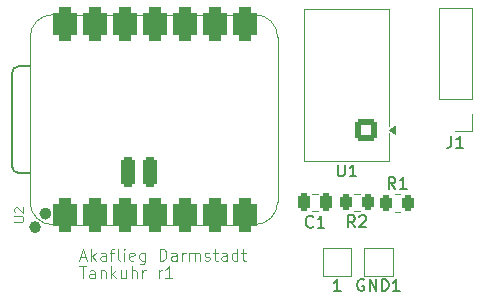
<source format=gto>
%TF.GenerationSoftware,KiCad,Pcbnew,9.0.6*%
%TF.CreationDate,2025-11-11T11:50:19+01:00*%
%TF.ProjectId,tankuhr,74616e6b-7568-4722-9e6b-696361645f70,rev?*%
%TF.SameCoordinates,Original*%
%TF.FileFunction,Legend,Top*%
%TF.FilePolarity,Positive*%
%FSLAX46Y46*%
G04 Gerber Fmt 4.6, Leading zero omitted, Abs format (unit mm)*
G04 Created by KiCad (PCBNEW 9.0.6) date 2025-11-11 11:50:19*
%MOMM*%
%LPD*%
G01*
G04 APERTURE LIST*
G04 Aperture macros list*
%AMRoundRect*
0 Rectangle with rounded corners*
0 $1 Rounding radius*
0 $2 $3 $4 $5 $6 $7 $8 $9 X,Y pos of 4 corners*
0 Add a 4 corners polygon primitive as box body*
4,1,4,$2,$3,$4,$5,$6,$7,$8,$9,$2,$3,0*
0 Add four circle primitives for the rounded corners*
1,1,$1+$1,$2,$3*
1,1,$1+$1,$4,$5*
1,1,$1+$1,$6,$7*
1,1,$1+$1,$8,$9*
0 Add four rect primitives between the rounded corners*
20,1,$1+$1,$2,$3,$4,$5,0*
20,1,$1+$1,$4,$5,$6,$7,0*
20,1,$1+$1,$6,$7,$8,$9,0*
20,1,$1+$1,$8,$9,$2,$3,0*%
G04 Aperture macros list end*
%ADD10C,0.100000*%
%ADD11C,0.150000*%
%ADD12C,0.106680*%
%ADD13C,0.120000*%
%ADD14C,0.127000*%
%ADD15C,0.504000*%
%ADD16R,2.000000X2.000000*%
%ADD17RoundRect,0.250000X0.650000X0.650000X-0.650000X0.650000X-0.650000X-0.650000X0.650000X-0.650000X0*%
%ADD18C,1.800000*%
%ADD19R,1.700000X1.700000*%
%ADD20C,1.700000*%
%ADD21RoundRect,0.250000X-0.262500X-0.450000X0.262500X-0.450000X0.262500X0.450000X-0.262500X0.450000X0*%
%ADD22RoundRect,0.250000X0.262500X0.450000X-0.262500X0.450000X-0.262500X-0.450000X0.262500X-0.450000X0*%
%ADD23C,2.200000*%
%ADD24RoundRect,0.250000X0.250000X0.475000X-0.250000X0.475000X-0.250000X-0.475000X0.250000X-0.475000X0*%
%ADD25RoundRect,0.525400X0.525400X-0.900400X0.525400X0.900400X-0.525400X0.900400X-0.525400X-0.900400X0*%
%ADD26RoundRect,0.300400X-0.300400X1.000400X-0.300400X-1.000400X0.300400X-1.000400X0.300400X1.000400X0*%
G04 APERTURE END LIST*
D10*
X35756265Y-71586704D02*
X36232455Y-71586704D01*
X35661027Y-71872419D02*
X35994360Y-70872419D01*
X35994360Y-70872419D02*
X36327693Y-71872419D01*
X36661027Y-71872419D02*
X36661027Y-70872419D01*
X36756265Y-71491466D02*
X37041979Y-71872419D01*
X37041979Y-71205752D02*
X36661027Y-71586704D01*
X37899122Y-71872419D02*
X37899122Y-71348609D01*
X37899122Y-71348609D02*
X37851503Y-71253371D01*
X37851503Y-71253371D02*
X37756265Y-71205752D01*
X37756265Y-71205752D02*
X37565789Y-71205752D01*
X37565789Y-71205752D02*
X37470551Y-71253371D01*
X37899122Y-71824800D02*
X37803884Y-71872419D01*
X37803884Y-71872419D02*
X37565789Y-71872419D01*
X37565789Y-71872419D02*
X37470551Y-71824800D01*
X37470551Y-71824800D02*
X37422932Y-71729561D01*
X37422932Y-71729561D02*
X37422932Y-71634323D01*
X37422932Y-71634323D02*
X37470551Y-71539085D01*
X37470551Y-71539085D02*
X37565789Y-71491466D01*
X37565789Y-71491466D02*
X37803884Y-71491466D01*
X37803884Y-71491466D02*
X37899122Y-71443847D01*
X38232456Y-71205752D02*
X38613408Y-71205752D01*
X38375313Y-71872419D02*
X38375313Y-71015276D01*
X38375313Y-71015276D02*
X38422932Y-70920038D01*
X38422932Y-70920038D02*
X38518170Y-70872419D01*
X38518170Y-70872419D02*
X38613408Y-70872419D01*
X39089599Y-71872419D02*
X38994361Y-71824800D01*
X38994361Y-71824800D02*
X38946742Y-71729561D01*
X38946742Y-71729561D02*
X38946742Y-70872419D01*
X39470552Y-71872419D02*
X39470552Y-71205752D01*
X39470552Y-70872419D02*
X39422933Y-70920038D01*
X39422933Y-70920038D02*
X39470552Y-70967657D01*
X39470552Y-70967657D02*
X39518171Y-70920038D01*
X39518171Y-70920038D02*
X39470552Y-70872419D01*
X39470552Y-70872419D02*
X39470552Y-70967657D01*
X40327694Y-71824800D02*
X40232456Y-71872419D01*
X40232456Y-71872419D02*
X40041980Y-71872419D01*
X40041980Y-71872419D02*
X39946742Y-71824800D01*
X39946742Y-71824800D02*
X39899123Y-71729561D01*
X39899123Y-71729561D02*
X39899123Y-71348609D01*
X39899123Y-71348609D02*
X39946742Y-71253371D01*
X39946742Y-71253371D02*
X40041980Y-71205752D01*
X40041980Y-71205752D02*
X40232456Y-71205752D01*
X40232456Y-71205752D02*
X40327694Y-71253371D01*
X40327694Y-71253371D02*
X40375313Y-71348609D01*
X40375313Y-71348609D02*
X40375313Y-71443847D01*
X40375313Y-71443847D02*
X39899123Y-71539085D01*
X41232456Y-71205752D02*
X41232456Y-72015276D01*
X41232456Y-72015276D02*
X41184837Y-72110514D01*
X41184837Y-72110514D02*
X41137218Y-72158133D01*
X41137218Y-72158133D02*
X41041980Y-72205752D01*
X41041980Y-72205752D02*
X40899123Y-72205752D01*
X40899123Y-72205752D02*
X40803885Y-72158133D01*
X41232456Y-71824800D02*
X41137218Y-71872419D01*
X41137218Y-71872419D02*
X40946742Y-71872419D01*
X40946742Y-71872419D02*
X40851504Y-71824800D01*
X40851504Y-71824800D02*
X40803885Y-71777180D01*
X40803885Y-71777180D02*
X40756266Y-71681942D01*
X40756266Y-71681942D02*
X40756266Y-71396228D01*
X40756266Y-71396228D02*
X40803885Y-71300990D01*
X40803885Y-71300990D02*
X40851504Y-71253371D01*
X40851504Y-71253371D02*
X40946742Y-71205752D01*
X40946742Y-71205752D02*
X41137218Y-71205752D01*
X41137218Y-71205752D02*
X41232456Y-71253371D01*
X42470552Y-71872419D02*
X42470552Y-70872419D01*
X42470552Y-70872419D02*
X42708647Y-70872419D01*
X42708647Y-70872419D02*
X42851504Y-70920038D01*
X42851504Y-70920038D02*
X42946742Y-71015276D01*
X42946742Y-71015276D02*
X42994361Y-71110514D01*
X42994361Y-71110514D02*
X43041980Y-71300990D01*
X43041980Y-71300990D02*
X43041980Y-71443847D01*
X43041980Y-71443847D02*
X42994361Y-71634323D01*
X42994361Y-71634323D02*
X42946742Y-71729561D01*
X42946742Y-71729561D02*
X42851504Y-71824800D01*
X42851504Y-71824800D02*
X42708647Y-71872419D01*
X42708647Y-71872419D02*
X42470552Y-71872419D01*
X43899123Y-71872419D02*
X43899123Y-71348609D01*
X43899123Y-71348609D02*
X43851504Y-71253371D01*
X43851504Y-71253371D02*
X43756266Y-71205752D01*
X43756266Y-71205752D02*
X43565790Y-71205752D01*
X43565790Y-71205752D02*
X43470552Y-71253371D01*
X43899123Y-71824800D02*
X43803885Y-71872419D01*
X43803885Y-71872419D02*
X43565790Y-71872419D01*
X43565790Y-71872419D02*
X43470552Y-71824800D01*
X43470552Y-71824800D02*
X43422933Y-71729561D01*
X43422933Y-71729561D02*
X43422933Y-71634323D01*
X43422933Y-71634323D02*
X43470552Y-71539085D01*
X43470552Y-71539085D02*
X43565790Y-71491466D01*
X43565790Y-71491466D02*
X43803885Y-71491466D01*
X43803885Y-71491466D02*
X43899123Y-71443847D01*
X44375314Y-71872419D02*
X44375314Y-71205752D01*
X44375314Y-71396228D02*
X44422933Y-71300990D01*
X44422933Y-71300990D02*
X44470552Y-71253371D01*
X44470552Y-71253371D02*
X44565790Y-71205752D01*
X44565790Y-71205752D02*
X44661028Y-71205752D01*
X44994362Y-71872419D02*
X44994362Y-71205752D01*
X44994362Y-71300990D02*
X45041981Y-71253371D01*
X45041981Y-71253371D02*
X45137219Y-71205752D01*
X45137219Y-71205752D02*
X45280076Y-71205752D01*
X45280076Y-71205752D02*
X45375314Y-71253371D01*
X45375314Y-71253371D02*
X45422933Y-71348609D01*
X45422933Y-71348609D02*
X45422933Y-71872419D01*
X45422933Y-71348609D02*
X45470552Y-71253371D01*
X45470552Y-71253371D02*
X45565790Y-71205752D01*
X45565790Y-71205752D02*
X45708647Y-71205752D01*
X45708647Y-71205752D02*
X45803886Y-71253371D01*
X45803886Y-71253371D02*
X45851505Y-71348609D01*
X45851505Y-71348609D02*
X45851505Y-71872419D01*
X46280076Y-71824800D02*
X46375314Y-71872419D01*
X46375314Y-71872419D02*
X46565790Y-71872419D01*
X46565790Y-71872419D02*
X46661028Y-71824800D01*
X46661028Y-71824800D02*
X46708647Y-71729561D01*
X46708647Y-71729561D02*
X46708647Y-71681942D01*
X46708647Y-71681942D02*
X46661028Y-71586704D01*
X46661028Y-71586704D02*
X46565790Y-71539085D01*
X46565790Y-71539085D02*
X46422933Y-71539085D01*
X46422933Y-71539085D02*
X46327695Y-71491466D01*
X46327695Y-71491466D02*
X46280076Y-71396228D01*
X46280076Y-71396228D02*
X46280076Y-71348609D01*
X46280076Y-71348609D02*
X46327695Y-71253371D01*
X46327695Y-71253371D02*
X46422933Y-71205752D01*
X46422933Y-71205752D02*
X46565790Y-71205752D01*
X46565790Y-71205752D02*
X46661028Y-71253371D01*
X46994362Y-71205752D02*
X47375314Y-71205752D01*
X47137219Y-70872419D02*
X47137219Y-71729561D01*
X47137219Y-71729561D02*
X47184838Y-71824800D01*
X47184838Y-71824800D02*
X47280076Y-71872419D01*
X47280076Y-71872419D02*
X47375314Y-71872419D01*
X48137219Y-71872419D02*
X48137219Y-71348609D01*
X48137219Y-71348609D02*
X48089600Y-71253371D01*
X48089600Y-71253371D02*
X47994362Y-71205752D01*
X47994362Y-71205752D02*
X47803886Y-71205752D01*
X47803886Y-71205752D02*
X47708648Y-71253371D01*
X48137219Y-71824800D02*
X48041981Y-71872419D01*
X48041981Y-71872419D02*
X47803886Y-71872419D01*
X47803886Y-71872419D02*
X47708648Y-71824800D01*
X47708648Y-71824800D02*
X47661029Y-71729561D01*
X47661029Y-71729561D02*
X47661029Y-71634323D01*
X47661029Y-71634323D02*
X47708648Y-71539085D01*
X47708648Y-71539085D02*
X47803886Y-71491466D01*
X47803886Y-71491466D02*
X48041981Y-71491466D01*
X48041981Y-71491466D02*
X48137219Y-71443847D01*
X49041981Y-71872419D02*
X49041981Y-70872419D01*
X49041981Y-71824800D02*
X48946743Y-71872419D01*
X48946743Y-71872419D02*
X48756267Y-71872419D01*
X48756267Y-71872419D02*
X48661029Y-71824800D01*
X48661029Y-71824800D02*
X48613410Y-71777180D01*
X48613410Y-71777180D02*
X48565791Y-71681942D01*
X48565791Y-71681942D02*
X48565791Y-71396228D01*
X48565791Y-71396228D02*
X48613410Y-71300990D01*
X48613410Y-71300990D02*
X48661029Y-71253371D01*
X48661029Y-71253371D02*
X48756267Y-71205752D01*
X48756267Y-71205752D02*
X48946743Y-71205752D01*
X48946743Y-71205752D02*
X49041981Y-71253371D01*
X49375315Y-71205752D02*
X49756267Y-71205752D01*
X49518172Y-70872419D02*
X49518172Y-71729561D01*
X49518172Y-71729561D02*
X49565791Y-71824800D01*
X49565791Y-71824800D02*
X49661029Y-71872419D01*
X49661029Y-71872419D02*
X49756267Y-71872419D01*
X35661027Y-72372419D02*
X36232455Y-72372419D01*
X35946741Y-73372419D02*
X35946741Y-72372419D01*
X36994360Y-73372419D02*
X36994360Y-72848609D01*
X36994360Y-72848609D02*
X36946741Y-72753371D01*
X36946741Y-72753371D02*
X36851503Y-72705752D01*
X36851503Y-72705752D02*
X36661027Y-72705752D01*
X36661027Y-72705752D02*
X36565789Y-72753371D01*
X36994360Y-73324800D02*
X36899122Y-73372419D01*
X36899122Y-73372419D02*
X36661027Y-73372419D01*
X36661027Y-73372419D02*
X36565789Y-73324800D01*
X36565789Y-73324800D02*
X36518170Y-73229561D01*
X36518170Y-73229561D02*
X36518170Y-73134323D01*
X36518170Y-73134323D02*
X36565789Y-73039085D01*
X36565789Y-73039085D02*
X36661027Y-72991466D01*
X36661027Y-72991466D02*
X36899122Y-72991466D01*
X36899122Y-72991466D02*
X36994360Y-72943847D01*
X37470551Y-72705752D02*
X37470551Y-73372419D01*
X37470551Y-72800990D02*
X37518170Y-72753371D01*
X37518170Y-72753371D02*
X37613408Y-72705752D01*
X37613408Y-72705752D02*
X37756265Y-72705752D01*
X37756265Y-72705752D02*
X37851503Y-72753371D01*
X37851503Y-72753371D02*
X37899122Y-72848609D01*
X37899122Y-72848609D02*
X37899122Y-73372419D01*
X38375313Y-73372419D02*
X38375313Y-72372419D01*
X38470551Y-72991466D02*
X38756265Y-73372419D01*
X38756265Y-72705752D02*
X38375313Y-73086704D01*
X39613408Y-72705752D02*
X39613408Y-73372419D01*
X39184837Y-72705752D02*
X39184837Y-73229561D01*
X39184837Y-73229561D02*
X39232456Y-73324800D01*
X39232456Y-73324800D02*
X39327694Y-73372419D01*
X39327694Y-73372419D02*
X39470551Y-73372419D01*
X39470551Y-73372419D02*
X39565789Y-73324800D01*
X39565789Y-73324800D02*
X39613408Y-73277180D01*
X40089599Y-73372419D02*
X40089599Y-72372419D01*
X40518170Y-73372419D02*
X40518170Y-72848609D01*
X40518170Y-72848609D02*
X40470551Y-72753371D01*
X40470551Y-72753371D02*
X40375313Y-72705752D01*
X40375313Y-72705752D02*
X40232456Y-72705752D01*
X40232456Y-72705752D02*
X40137218Y-72753371D01*
X40137218Y-72753371D02*
X40089599Y-72800990D01*
X40994361Y-73372419D02*
X40994361Y-72705752D01*
X40994361Y-72896228D02*
X41041980Y-72800990D01*
X41041980Y-72800990D02*
X41089599Y-72753371D01*
X41089599Y-72753371D02*
X41184837Y-72705752D01*
X41184837Y-72705752D02*
X41280075Y-72705752D01*
X42375314Y-73372419D02*
X42375314Y-72705752D01*
X42375314Y-72896228D02*
X42422933Y-72800990D01*
X42422933Y-72800990D02*
X42470552Y-72753371D01*
X42470552Y-72753371D02*
X42565790Y-72705752D01*
X42565790Y-72705752D02*
X42661028Y-72705752D01*
X43518171Y-73372419D02*
X42946743Y-73372419D01*
X43232457Y-73372419D02*
X43232457Y-72372419D01*
X43232457Y-72372419D02*
X43137219Y-72515276D01*
X43137219Y-72515276D02*
X43041981Y-72610514D01*
X43041981Y-72610514D02*
X42946743Y-72658133D01*
D11*
X59761904Y-73500438D02*
X59666666Y-73452819D01*
X59666666Y-73452819D02*
X59523809Y-73452819D01*
X59523809Y-73452819D02*
X59380952Y-73500438D01*
X59380952Y-73500438D02*
X59285714Y-73595676D01*
X59285714Y-73595676D02*
X59238095Y-73690914D01*
X59238095Y-73690914D02*
X59190476Y-73881390D01*
X59190476Y-73881390D02*
X59190476Y-74024247D01*
X59190476Y-74024247D02*
X59238095Y-74214723D01*
X59238095Y-74214723D02*
X59285714Y-74309961D01*
X59285714Y-74309961D02*
X59380952Y-74405200D01*
X59380952Y-74405200D02*
X59523809Y-74452819D01*
X59523809Y-74452819D02*
X59619047Y-74452819D01*
X59619047Y-74452819D02*
X59761904Y-74405200D01*
X59761904Y-74405200D02*
X59809523Y-74357580D01*
X59809523Y-74357580D02*
X59809523Y-74024247D01*
X59809523Y-74024247D02*
X59619047Y-74024247D01*
X60238095Y-74452819D02*
X60238095Y-73452819D01*
X60238095Y-73452819D02*
X60809523Y-74452819D01*
X60809523Y-74452819D02*
X60809523Y-73452819D01*
X61285714Y-74452819D02*
X61285714Y-73452819D01*
X61285714Y-73452819D02*
X61523809Y-73452819D01*
X61523809Y-73452819D02*
X61666666Y-73500438D01*
X61666666Y-73500438D02*
X61761904Y-73595676D01*
X61761904Y-73595676D02*
X61809523Y-73690914D01*
X61809523Y-73690914D02*
X61857142Y-73881390D01*
X61857142Y-73881390D02*
X61857142Y-74024247D01*
X61857142Y-74024247D02*
X61809523Y-74214723D01*
X61809523Y-74214723D02*
X61761904Y-74309961D01*
X61761904Y-74309961D02*
X61666666Y-74405200D01*
X61666666Y-74405200D02*
X61523809Y-74452819D01*
X61523809Y-74452819D02*
X61285714Y-74452819D01*
X62809523Y-74452819D02*
X62238095Y-74452819D01*
X62523809Y-74452819D02*
X62523809Y-73452819D01*
X62523809Y-73452819D02*
X62428571Y-73595676D01*
X62428571Y-73595676D02*
X62333333Y-73690914D01*
X62333333Y-73690914D02*
X62238095Y-73738533D01*
X57555595Y-63744819D02*
X57555595Y-64554342D01*
X57555595Y-64554342D02*
X57603214Y-64649580D01*
X57603214Y-64649580D02*
X57650833Y-64697200D01*
X57650833Y-64697200D02*
X57746071Y-64744819D01*
X57746071Y-64744819D02*
X57936547Y-64744819D01*
X57936547Y-64744819D02*
X58031785Y-64697200D01*
X58031785Y-64697200D02*
X58079404Y-64649580D01*
X58079404Y-64649580D02*
X58127023Y-64554342D01*
X58127023Y-64554342D02*
X58127023Y-63744819D01*
X59127023Y-64744819D02*
X58555595Y-64744819D01*
X58841309Y-64744819D02*
X58841309Y-63744819D01*
X58841309Y-63744819D02*
X58746071Y-63887676D01*
X58746071Y-63887676D02*
X58650833Y-63982914D01*
X58650833Y-63982914D02*
X58555595Y-64030533D01*
X67166666Y-61334819D02*
X67166666Y-62049104D01*
X67166666Y-62049104D02*
X67119047Y-62191961D01*
X67119047Y-62191961D02*
X67023809Y-62287200D01*
X67023809Y-62287200D02*
X66880952Y-62334819D01*
X66880952Y-62334819D02*
X66785714Y-62334819D01*
X68166666Y-62334819D02*
X67595238Y-62334819D01*
X67880952Y-62334819D02*
X67880952Y-61334819D01*
X67880952Y-61334819D02*
X67785714Y-61477676D01*
X67785714Y-61477676D02*
X67690476Y-61572914D01*
X67690476Y-61572914D02*
X67595238Y-61620533D01*
X62420833Y-65804819D02*
X62087500Y-65328628D01*
X61849405Y-65804819D02*
X61849405Y-64804819D01*
X61849405Y-64804819D02*
X62230357Y-64804819D01*
X62230357Y-64804819D02*
X62325595Y-64852438D01*
X62325595Y-64852438D02*
X62373214Y-64900057D01*
X62373214Y-64900057D02*
X62420833Y-64995295D01*
X62420833Y-64995295D02*
X62420833Y-65138152D01*
X62420833Y-65138152D02*
X62373214Y-65233390D01*
X62373214Y-65233390D02*
X62325595Y-65281009D01*
X62325595Y-65281009D02*
X62230357Y-65328628D01*
X62230357Y-65328628D02*
X61849405Y-65328628D01*
X63373214Y-65804819D02*
X62801786Y-65804819D01*
X63087500Y-65804819D02*
X63087500Y-64804819D01*
X63087500Y-64804819D02*
X62992262Y-64947676D01*
X62992262Y-64947676D02*
X62897024Y-65042914D01*
X62897024Y-65042914D02*
X62801786Y-65090533D01*
X59008333Y-69054819D02*
X58675000Y-68578628D01*
X58436905Y-69054819D02*
X58436905Y-68054819D01*
X58436905Y-68054819D02*
X58817857Y-68054819D01*
X58817857Y-68054819D02*
X58913095Y-68102438D01*
X58913095Y-68102438D02*
X58960714Y-68150057D01*
X58960714Y-68150057D02*
X59008333Y-68245295D01*
X59008333Y-68245295D02*
X59008333Y-68388152D01*
X59008333Y-68388152D02*
X58960714Y-68483390D01*
X58960714Y-68483390D02*
X58913095Y-68531009D01*
X58913095Y-68531009D02*
X58817857Y-68578628D01*
X58817857Y-68578628D02*
X58436905Y-68578628D01*
X59389286Y-68150057D02*
X59436905Y-68102438D01*
X59436905Y-68102438D02*
X59532143Y-68054819D01*
X59532143Y-68054819D02*
X59770238Y-68054819D01*
X59770238Y-68054819D02*
X59865476Y-68102438D01*
X59865476Y-68102438D02*
X59913095Y-68150057D01*
X59913095Y-68150057D02*
X59960714Y-68245295D01*
X59960714Y-68245295D02*
X59960714Y-68340533D01*
X59960714Y-68340533D02*
X59913095Y-68483390D01*
X59913095Y-68483390D02*
X59341667Y-69054819D01*
X59341667Y-69054819D02*
X59960714Y-69054819D01*
X57785714Y-74452819D02*
X57214286Y-74452819D01*
X57500000Y-74452819D02*
X57500000Y-73452819D01*
X57500000Y-73452819D02*
X57404762Y-73595676D01*
X57404762Y-73595676D02*
X57309524Y-73690914D01*
X57309524Y-73690914D02*
X57214286Y-73738533D01*
X55470833Y-68989580D02*
X55423214Y-69037200D01*
X55423214Y-69037200D02*
X55280357Y-69084819D01*
X55280357Y-69084819D02*
X55185119Y-69084819D01*
X55185119Y-69084819D02*
X55042262Y-69037200D01*
X55042262Y-69037200D02*
X54947024Y-68941961D01*
X54947024Y-68941961D02*
X54899405Y-68846723D01*
X54899405Y-68846723D02*
X54851786Y-68656247D01*
X54851786Y-68656247D02*
X54851786Y-68513390D01*
X54851786Y-68513390D02*
X54899405Y-68322914D01*
X54899405Y-68322914D02*
X54947024Y-68227676D01*
X54947024Y-68227676D02*
X55042262Y-68132438D01*
X55042262Y-68132438D02*
X55185119Y-68084819D01*
X55185119Y-68084819D02*
X55280357Y-68084819D01*
X55280357Y-68084819D02*
X55423214Y-68132438D01*
X55423214Y-68132438D02*
X55470833Y-68180057D01*
X56423214Y-69084819D02*
X55851786Y-69084819D01*
X56137500Y-69084819D02*
X56137500Y-68084819D01*
X56137500Y-68084819D02*
X56042262Y-68227676D01*
X56042262Y-68227676D02*
X55947024Y-68322914D01*
X55947024Y-68322914D02*
X55851786Y-68370533D01*
D12*
X30156391Y-68578549D02*
X30789698Y-68578549D01*
X30789698Y-68578549D02*
X30864204Y-68541296D01*
X30864204Y-68541296D02*
X30901458Y-68504042D01*
X30901458Y-68504042D02*
X30938711Y-68429536D01*
X30938711Y-68429536D02*
X30938711Y-68280522D01*
X30938711Y-68280522D02*
X30901458Y-68206016D01*
X30901458Y-68206016D02*
X30864204Y-68168762D01*
X30864204Y-68168762D02*
X30789698Y-68131509D01*
X30789698Y-68131509D02*
X30156391Y-68131509D01*
X30230898Y-67796229D02*
X30193644Y-67758976D01*
X30193644Y-67758976D02*
X30156391Y-67684469D01*
X30156391Y-67684469D02*
X30156391Y-67498203D01*
X30156391Y-67498203D02*
X30193644Y-67423696D01*
X30193644Y-67423696D02*
X30230898Y-67386443D01*
X30230898Y-67386443D02*
X30305404Y-67349189D01*
X30305404Y-67349189D02*
X30379911Y-67349189D01*
X30379911Y-67349189D02*
X30491671Y-67386443D01*
X30491671Y-67386443D02*
X30938711Y-67833483D01*
X30938711Y-67833483D02*
X30938711Y-67349189D01*
D13*
%TO.C,GND1*%
X59800000Y-70800000D02*
X62200000Y-70800000D01*
X59800000Y-73200000D02*
X59800000Y-70800000D01*
X62200000Y-70800000D02*
X62200000Y-73200000D01*
X62200000Y-73200000D02*
X59800000Y-73200000D01*
%TO.C,U1*%
X54707500Y-50550000D02*
X61927500Y-50550000D01*
X54707500Y-63450000D02*
X54707500Y-50550000D01*
X61927500Y-50550000D02*
X61927500Y-60514000D01*
X61927500Y-61106000D02*
X61927500Y-63450000D01*
X61927500Y-63450000D02*
X54707500Y-63450000D01*
X62397500Y-61150000D02*
X61927500Y-60810000D01*
X62397500Y-60470000D01*
X62397500Y-61150000D01*
G36*
X62397500Y-61150000D02*
G01*
X61927500Y-60810000D01*
X62397500Y-60470000D01*
X62397500Y-61150000D01*
G37*
%TO.C,J1*%
X66120000Y-58230000D02*
X66120000Y-50500000D01*
X68880000Y-50500000D02*
X66120000Y-50500000D01*
X68880000Y-58230000D02*
X66120000Y-58230000D01*
X68880000Y-58230000D02*
X68880000Y-50500000D01*
X68880000Y-59500000D02*
X68880000Y-60880000D01*
X68880000Y-60880000D02*
X67500000Y-60880000D01*
%TO.C,R1*%
X62360436Y-66265000D02*
X62814564Y-66265000D01*
X62360436Y-67735000D02*
X62814564Y-67735000D01*
%TO.C,R2*%
X59402064Y-66215000D02*
X58947936Y-66215000D01*
X59402064Y-67685000D02*
X58947936Y-67685000D01*
%TO.C,1*%
X56300000Y-70800000D02*
X58700000Y-70800000D01*
X56300000Y-73200000D02*
X56300000Y-70800000D01*
X58700000Y-70800000D02*
X58700000Y-73200000D01*
X58700000Y-73200000D02*
X56300000Y-73200000D01*
%TO.C,C1*%
X55898752Y-66215000D02*
X55376248Y-66215000D01*
X55898752Y-67685000D02*
X55376248Y-67685000D01*
D14*
%TO.C,U2*%
X29993000Y-63936272D02*
X29993000Y-55941000D01*
X30493000Y-55441000D02*
X31503000Y-55441000D01*
D10*
X31503000Y-52960000D02*
X31503000Y-66930000D01*
D14*
X31503000Y-64440000D02*
X30492728Y-64436272D01*
D10*
X50553000Y-51055000D02*
X33408000Y-51055000D01*
X50553000Y-68835000D02*
X33408000Y-68835000D01*
X52458000Y-66930000D02*
X52458000Y-52960000D01*
D14*
X29993000Y-55941000D02*
G75*
G02*
X30493000Y-55441000I500000J0D01*
G01*
X30492728Y-64436272D02*
G75*
G02*
X29993001Y-63936272I291J500018D01*
G01*
D10*
X31503000Y-52960000D02*
G75*
G02*
X33408000Y-51055000I1905000J0D01*
G01*
X33404000Y-68835000D02*
G75*
G02*
X31499000Y-66930000I1J1905001D01*
G01*
X50553000Y-51055000D02*
G75*
G02*
X52458000Y-52960000I0J-1905000D01*
G01*
X52458000Y-66930000D02*
G75*
G02*
X50553000Y-68835000I-1905001J1D01*
G01*
D15*
X32171000Y-69045000D02*
G75*
G02*
X31667000Y-69045000I-252000J0D01*
G01*
X31667000Y-69045000D02*
G75*
G02*
X32171000Y-69045000I252000J0D01*
G01*
X33051000Y-67902000D02*
G75*
G02*
X32547000Y-67902000I-252000J0D01*
G01*
X32547000Y-67902000D02*
G75*
G02*
X33051000Y-67902000I252000J0D01*
G01*
%TD*%
%LPC*%
D16*
%TO.C,GND1*%
X61000000Y-72000000D03*
%TD*%
D17*
%TO.C,U1*%
X59967500Y-60810000D03*
D18*
X59967500Y-58270000D03*
X59967500Y-55730000D03*
X59967500Y-53190000D03*
%TD*%
D19*
%TO.C,J1*%
X67500000Y-59500000D03*
D20*
X67500000Y-56960000D03*
X67500000Y-54420000D03*
X67500000Y-51880000D03*
%TD*%
D21*
%TO.C,R1*%
X61675000Y-67000000D03*
X63500000Y-67000000D03*
%TD*%
D22*
%TO.C,R2*%
X60087500Y-66950000D03*
X58262500Y-66950000D03*
%TD*%
D16*
%TO.C,1*%
X57500000Y-72000000D03*
%TD*%
D23*
%TO.C,H1*%
X32500000Y-47500000D03*
%TD*%
%TO.C,H3*%
X32500000Y-72500000D03*
%TD*%
%TO.C,H4*%
X67500000Y-72500000D03*
%TD*%
D24*
%TO.C,C1*%
X56587500Y-66950000D03*
X54687500Y-66950000D03*
%TD*%
D25*
%TO.C,U2*%
X34420000Y-68000000D03*
X36960000Y-68000000D03*
X39500000Y-68000000D03*
X42040000Y-68000000D03*
X44580000Y-68000000D03*
X47120000Y-68000000D03*
X49660000Y-68000000D03*
X49660000Y-51835000D03*
X47120000Y-51835000D03*
X44580000Y-51835000D03*
X42040000Y-51835000D03*
X39500000Y-51835000D03*
X36960000Y-51835000D03*
X34420000Y-51835000D03*
D26*
X41658000Y-64390000D03*
X39753000Y-64390000D03*
D20*
X33408000Y-61215000D03*
X33408000Y-58675000D03*
X35948000Y-61215000D03*
X35948000Y-58675000D03*
X38488000Y-61215000D03*
X38488000Y-58675000D03*
%TD*%
D23*
%TO.C,H2*%
X67500000Y-47500000D03*
%TD*%
%LPD*%
M02*

</source>
